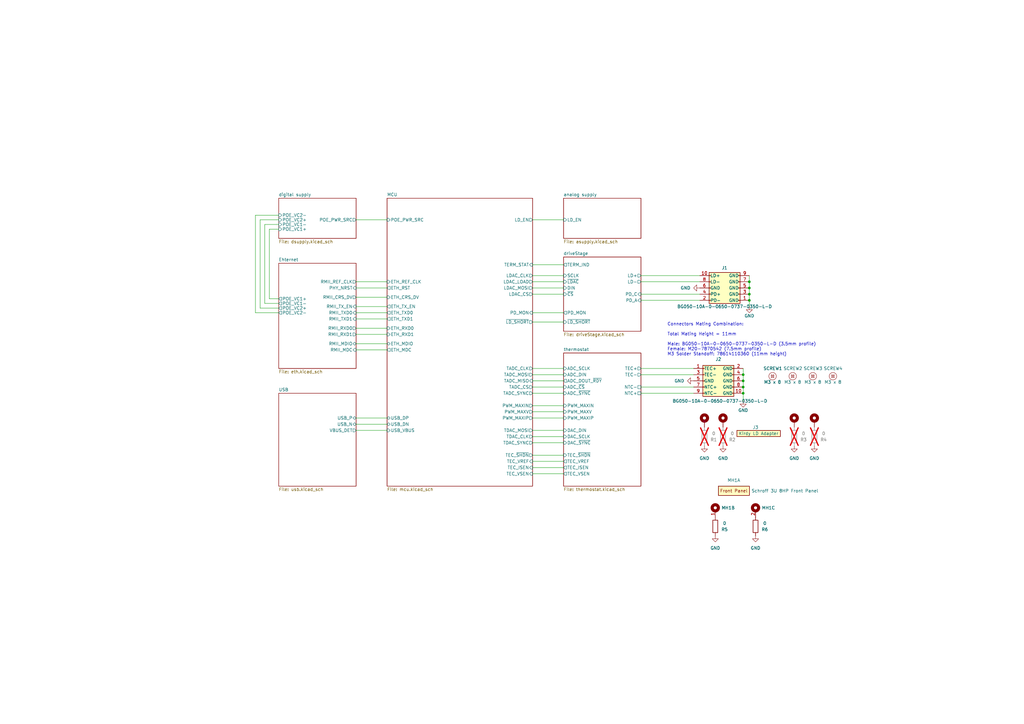
<source format=kicad_sch>
(kicad_sch (version 20230121) (generator eeschema)
  (paper "A3")
  (title_block (title "Kirdy") (date "2023-11-27") (rev "r0_3") (company "M-Labs Limited") (comment 1 "Linus Woo Chun Kit"))
  (lib_symbols
    (symbol "Device:R" (pin_numbers hide) (pin_names (offset 0))
      (property "Reference" "R" (at 2.032 0 90))
      (property "Value" "R" (at 0 0 90))
      (symbol "R_0_1"
        (rectangle (start -1.016 -2.54) (end 1.016 2.54) (stroke (width 0.254)))
      )
      (symbol "R_1_1"
        (pin passive line (at 0 3.81 270) (length 1.27) (name "~") (number "1"))
        (pin passive line (at 0 -3.81 90) (length 1.27) (name "~") (number "2"))
      )
    )
    (symbol "Mechanical:MountingHole_Pad" (pin_numbers hide) (pin_names (offset 1.016) hide)
      (property "Reference" "H" (at 0 6.35 0))
      (property "Value" "MountingHole_Pad" (at 0 4.445 0))
      (symbol "MountingHole_Pad_0_1"
        (circle (center 0 1.27) (radius 1.27) (stroke (width 1.27)))
      )
      (symbol "MountingHole_Pad_1_1"
        (pin input line (at 0 -2.54 90) (length 2.54) (name "1") (number "1"))
      )
    )
    (symbol "Panel_1"
      (property "Reference" "MH" (at 1.27 3.175 0))
      (symbol "Panel_1_1_1"
        (rectangle (start 0 0) (end 12.7 -3.81) (stroke (width 0.254)) (fill (type background)))
        (text "Front Panel" (at 6.35 -1.905 0) (effects (font (size 1.27 1.27))))
      )
      (symbol "Panel_1_2_1"
        (circle (center 0 0) (radius 1.27) (stroke (width 1.27)))
        (pin input line (at 3.81 0 180) (length 2.54) (name "") (number "1"))
      )
      (symbol "Panel_1_3_1"
        (circle (center 0 0) (radius 1.27) (stroke (width 1.27)))
        (pin input line (at 3.81 0 180) (length 2.54) (name "") (number "2"))
      )
    )
    (symbol "kirdy:Kirdy_Adapter_HDR1"
      (property "Reference" "J" (at 5.08 2.54 0))
      (property "Value" "BG050-10A-0-0650-0737-0350-L-D" (at 10.16 -12.7 0))
      (symbol "Kirdy_Adapter_HDR1_1_1"
        (rectangle (start 3.81 -10.033) (end 4.445 -10.287) (stroke (width 0.1524)))
        (rectangle (start 3.81 -7.493) (end 4.445 -7.747) (stroke (width 0.1524)))
        (rectangle (start 3.81 -4.953) (end 4.445 -5.207) (stroke (width 0.1524)))
        (rectangle (start 3.81 -2.413) (end 4.445 -2.667) (stroke (width 0.1524)))
        (rectangle (start 3.81 0.127) (end 4.445 -0.127) (stroke (width 0.1524)))
        (rectangle (start 3.81 1.27) (end 16.51 -11.43) (stroke (width 0.254)) (fill (type background)))
        (rectangle (start 15.875 -10.033) (end 16.51 -10.287) (stroke (width 0.1524)))
        (rectangle (start 15.875 -7.493) (end 16.51 -7.747) (stroke (width 0.1524)))
        (rectangle (start 15.875 -4.953) (end 16.51 -5.207) (stroke (width 0.1524)))
        (rectangle (start 15.875 -2.413) (end 16.51 -2.667) (stroke (width 0.1524)))
        (rectangle (start 15.875 0.127) (end 16.51 -0.127) (stroke (width 0.1524)))
        (pin passive line (at 0 0 0) (length 3.81) (name "TEC+") (number "1"))
        (pin passive line (at 20.32 -10.16 180) (length 3.81) (name "GND") (number "10"))
        (pin passive line (at 20.32 0 180) (length 3.81) (name "GND") (number "2"))
        (pin passive line (at 0 -2.54 0) (length 3.81) (name "TEC-") (number "3"))
        (pin passive line (at 20.32 -2.54 180) (length 3.81) (name "GND") (number "4"))
        (pin passive line (at 0 -5.08 0) (length 3.81) (name "GND") (number "5"))
        (pin passive line (at 20.32 -5.08 180) (length 3.81) (name "GND") (number "6"))
        (pin passive line (at 0 -7.62 0) (length 3.81) (name "NTC+") (number "7"))
        (pin passive line (at 20.32 -7.62 180) (length 3.81) (name "GND") (number "8"))
        (pin passive line (at 0 -10.16 0) (length 3.81) (name "NTC-") (number "9"))
      )
    )
    (symbol "kirdy:Kirdy_Adapter_HDR2"
      (property "Reference" "J" (at 5.08 2.54 0))
      (property "Value" "BG050-10A-0-0650-0737-0350-L-D" (at 10.16 -12.7 0))
      (symbol "Kirdy_Adapter_HDR2_1_1"
        (rectangle (start 3.81 -10.033) (end 4.445 -10.287) (stroke (width 0.1524)))
        (rectangle (start 3.81 -7.493) (end 4.445 -7.747) (stroke (width 0.1524)))
        (rectangle (start 3.81 -4.953) (end 4.445 -5.207) (stroke (width 0.1524)))
        (rectangle (start 3.81 -2.413) (end 4.445 -2.667) (stroke (width 0.1524)))
        (rectangle (start 3.81 0.127) (end 4.445 -0.127) (stroke (width 0.1524)))
        (rectangle (start 3.81 1.27) (end 16.51 -11.43) (stroke (width 0.254)) (fill (type background)))
        (rectangle (start 15.875 -10.033) (end 16.51 -10.287) (stroke (width 0.1524)))
        (rectangle (start 15.875 -7.493) (end 16.51 -7.747) (stroke (width 0.1524)))
        (rectangle (start 15.875 -4.953) (end 16.51 -5.207) (stroke (width 0.1524)))
        (rectangle (start 15.875 -2.413) (end 16.51 -2.667) (stroke (width 0.1524)))
        (rectangle (start 15.875 0.127) (end 16.51 -0.127) (stroke (width 0.1524)))
        (pin passive line (at 0 0 0) (length 3.81) (name "GND") (number "1"))
        (pin passive line (at 20.32 -10.16 180) (length 3.81) (name "LD+") (number "10"))
        (pin passive line (at 20.32 0 180) (length 3.81) (name "PD-") (number "2"))
        (pin passive line (at 0 -2.54 0) (length 3.81) (name "GND") (number "3"))
        (pin passive line (at 20.32 -2.54 180) (length 3.81) (name "PD+") (number "4"))
        (pin passive line (at 0 -5.08 0) (length 3.81) (name "GND") (number "5"))
        (pin passive line (at 20.32 -5.08 180) (length 3.81) (name "GND") (number "6"))
        (pin passive line (at 0 -7.62 0) (length 3.81) (name "GND") (number "7"))
        (pin passive line (at 20.32 -7.62 180) (length 3.81) (name "LD-") (number "8"))
        (pin passive line (at 0 -10.16 0) (length 3.81) (name "GND") (number "9"))
      )
    )
    (symbol "kirdy:Kirdy_LD_Adapter" (pin_names (offset 1.016) hide)
      (property "Reference" "J" (at -6.35 2.54 0))
      (property "Value" "Kirdy_LD_Adapter" (at 1.27 0 0))
      (symbol "Kirdy_LD_Adapter_1_1"
        (rectangle (start -7.62 1.27) (end 10.16 -1.27) (stroke (width 0.254)) (fill (type background)))
      )
    )
    (symbol "kirdy:Panel"
      (property "Reference" "MH" (at 1.27 3.175 0))
      (symbol "Panel_1_1"
        (rectangle (start 0 0) (end 12.7 -3.81) (stroke (width 0.254)) (fill (type background)))
        (text "Front Panel" (at 6.35 -1.905 0) (effects (font (size 1.27 1.27))))
      )
      (symbol "Panel_2_1"
        (circle (center 0 0) (radius 1.27) (stroke (width 1.27)))
        (pin input line (at 3.81 0 180) (length 2.54) (name "") (number "1"))
      )
      (symbol "Panel_3_1"
        (circle (center 0 0) (radius 1.27) (stroke (width 1.27)))
        (pin input line (at 3.81 0 180) (length 2.54) (name "") (number "2"))
      )
    )
    (symbol "kirdy:Screw" (on_board no)
      (property "Reference" "SCREW" (at 3.048 2.54 0))
      (symbol "Screw_0_1"
        (polyline (pts (xy -0.254 0) (xy -0.635 -0.381) (xy -0.381 -0.635) (xy 0 -0.254)))
        (polyline (pts (xy 0 -0.254) (xy 0.381 -0.635) (xy 0.635 -0.381) (xy 0.254 0)))
        (polyline (pts (xy 0 0.254) (xy -0.381 0.635) (xy -0.635 0.381) (xy -0.254 0)))
        (polyline (pts (xy 0.254 0) (xy 0.635 0.381) (xy 0.381 0.635) (xy 0 0.254)))
        (circle (center 0 0) (radius 1.524))
      )
    )
    (symbol "power:GND" (power) (pin_names (offset 0))
      (property "Value" "GND" (at 0 -3.81 0))
      (symbol "GND_0_1"
        (polyline (pts (xy 0 0) (xy 0 -1.27) (xy 1.27 -1.27) (xy 0 -2.54) (xy -1.27 -1.27) (xy 0 -1.27)))
      )
      (symbol "GND_1_1"
        (pin power_in line (at 0 0 270) (length 0) hide (name "GND") (number "1"))
      )
    )
  )
  (junction (at 307.34 118.11))
  (junction (at 304.8 153.67))
  (junction (at 304.8 158.75))
  (junction (at 304.8 161.29))
  (junction (at 307.34 120.65))
  (junction (at 307.34 123.19))
  (junction (at 307.34 115.57))
  (junction (at 304.8 156.21))
  (wire (pts (xy 304.8 153.67) (xy 304.8 156.21)))
  (wire (pts (xy 146.05 176.53) (xy 158.75 176.53)))
  (wire (pts (xy 108.585 92.075) (xy 108.585 124.46)))
  (wire (pts (xy 218.44 168.91) (xy 231.14 168.91)))
  (wire (pts (xy 106.68 126.365) (xy 106.68 90.17)))
  (wire (pts (xy 218.44 176.53) (xy 231.14 176.53)))
  (wire (pts (xy 304.8 151.13) (xy 304.8 153.67)))
  (wire (pts (xy 146.05 125.73) (xy 158.75 125.73)))
  (wire (pts (xy 307.34 115.57) (xy 307.34 118.11)))
  (wire (pts (xy 262.89 123.19) (xy 287.02 123.19)))
  (wire (pts (xy 114.3 122.555) (xy 110.49 122.555)))
  (wire (pts (xy 218.44 151.13) (xy 231.14 151.13)))
  (wire (pts (xy 146.05 173.99) (xy 158.75 173.99)))
  (wire (pts (xy 218.44 161.29) (xy 231.14 161.29)))
  (wire (pts (xy 146.05 115.57) (xy 158.75 115.57)))
  (wire (pts (xy 218.44 90.17) (xy 231.14 90.17)))
  (wire (pts (xy 218.44 171.45) (xy 231.14 171.45)))
  (wire (pts (xy 146.05 140.97) (xy 158.75 140.97)))
  (wire (pts (xy 218.44 194.31) (xy 231.14 194.31)))
  (wire (pts (xy 218.44 166.37) (xy 231.14 166.37)))
  (wire (pts (xy 218.44 189.23) (xy 231.14 189.23)))
  (wire (pts (xy 218.44 179.07) (xy 231.14 179.07)))
  (wire (pts (xy 262.89 161.29) (xy 284.48 161.29)))
  (wire (pts (xy 146.05 121.92) (xy 158.75 121.92)))
  (wire (pts (xy 146.05 171.45) (xy 158.75 171.45)))
  (wire (pts (xy 307.34 120.65) (xy 307.34 123.19)))
  (wire (pts (xy 262.89 113.03) (xy 287.02 113.03)))
  (wire (pts (xy 146.05 90.17) (xy 158.75 90.17)))
  (wire (pts (xy 114.3 92.075) (xy 108.585 92.075)))
  (wire (pts (xy 110.49 93.98) (xy 114.3 93.98)))
  (wire (pts (xy 304.8 156.21) (xy 304.8 158.75)))
  (wire (pts (xy 106.68 90.17) (xy 114.3 90.17)))
  (wire (pts (xy 110.49 122.555) (xy 110.49 93.98)))
  (wire (pts (xy 304.8 158.75) (xy 304.8 161.29)))
  (wire (pts (xy 114.3 88.265) (xy 104.775 88.265)))
  (wire (pts (xy 307.34 123.19) (xy 307.34 125.73)))
  (wire (pts (xy 146.05 130.81) (xy 158.75 130.81)))
  (wire (pts (xy 218.44 115.57) (xy 231.14 115.57)))
  (wire (pts (xy 262.89 120.65) (xy 287.02 120.65)))
  (wire (pts (xy 146.05 118.11) (xy 158.75 118.11)))
  (wire (pts (xy 114.3 126.365) (xy 106.68 126.365)))
  (wire (pts (xy 146.05 128.27) (xy 158.75 128.27)))
  (wire (pts (xy 304.8 161.29) (xy 304.8 164.465)))
  (wire (pts (xy 262.89 158.75) (xy 284.48 158.75)))
  (wire (pts (xy 104.775 88.265) (xy 104.775 128.27)))
  (wire (pts (xy 218.44 132.08) (xy 231.14 132.08)))
  (wire (pts (xy 146.05 134.62) (xy 158.75 134.62)))
  (wire (pts (xy 218.44 118.11) (xy 231.14 118.11)))
  (wire (pts (xy 307.34 113.03) (xy 307.34 115.57)))
  (wire (pts (xy 218.44 156.21) (xy 231.14 156.21)))
  (wire (pts (xy 307.34 118.11) (xy 307.34 120.65)))
  (wire (pts (xy 218.44 128.27) (xy 231.14 128.27)))
  (wire (pts (xy 218.44 186.69) (xy 231.14 186.69)))
  (wire (pts (xy 218.44 153.67) (xy 231.14 153.67)))
  (wire (pts (xy 218.44 108.585) (xy 231.14 108.585)))
  (wire (pts (xy 218.44 181.61) (xy 231.14 181.61)))
  (wire (pts (xy 218.44 158.75) (xy 231.14 158.75)))
  (wire (pts (xy 218.44 120.65) (xy 231.14 120.65)))
  (wire (pts (xy 262.89 151.13) (xy 284.48 151.13)))
  (wire (pts (xy 262.89 153.67) (xy 284.48 153.67)))
  (wire (pts (xy 108.585 124.46) (xy 114.3 124.46)))
  (wire (pts (xy 146.05 143.51) (xy 158.75 143.51)))
  (wire (pts (xy 262.89 115.57) (xy 287.02 115.57)))
  (wire (pts (xy 104.775 128.27) (xy 114.3 128.27)))
  (wire (pts (xy 218.44 191.77) (xy 231.14 191.77)))
  (wire (pts (xy 218.44 113.03) (xy 231.14 113.03)))
  (wire (pts (xy 146.05 137.16) (xy 158.75 137.16)))
  (text "Connectors Mating Combination:\n\nTotal Mating Height = 11mm\n\nMale: BG050-10A-0-0650-0737-0350-L-D (3.5mm profile) \nFemale: M20-7870542 (7.5mm profile) \nM3 Solder Standoff: 78614110360 (11mm height)" (at 273.685 146.05 0) (effects (font (size 1.27 1.27)) (justify left bottom)))
  (symbol (lib_id "power:GND") (at 309.88 219.71 0) (unit 1)
    (property "Reference" "#PWR010" (effects hide))
    (property "Value" "GND" (at 309.88 224.79 0))
  )
  (symbol (lib_id "Device:R") (at 296.545 179.07 180) (unit 1) (dnp yes)
    (property "Reference" "R2" (at 300.355 180.34 0))
    (property "Value" "0" (at 300.355 177.8 0))
    (property "Footprint" "Resistor_SMD:R_0603_1608Metric" (effects hide))
    (property "MFR_PN" "RMCF0603ZT0R00" (effects hide))
    (property "MFR_PN_ALT" "CR0603-J/-000ELF" (effects hide))
  )
  (symbol (lib_id "Device:R") (at 293.37 215.9 180) (unit 1)
    (property "Reference" "R5" (at 297.18 217.17 0))
    (property "Value" "0" (at 297.18 214.63 0))
    (property "Footprint" "Resistor_SMD:R_0603_1608Metric" (effects hide))
    (property "MFR_PN" "RMCF0603ZT0R00" (effects hide))
    (property "MFR_PN_ALT" "CR0603-J/-000ELF" (effects hide))
  )
  (symbol (lib_id "kirdy:Kirdy_LD_Adapter") (at 309.88 177.8 0) (unit 1)
    (property "Reference" "J3" (at 309.88 175.26 0))
    (property "Value" "Kirdy LD Adapter" (at 311.15 177.8 0))
    (property "Footprint" "kirdy:Kirdy_LD_Adapter" (effects hide))
    (property "MFR_PN" "Kirdy_LD_Adapter_PCB" (effects hide))
  )
  (symbol (lib_id "kirdy:Panel") (at 309.88 208.28 270) (unit 3)
    (property "Reference" "MH1" (at 312.42 208.28 90) (effects (justify left)))
    (property "Value" "Schroff 3U 8HP Front Panel" (effects hide))
    (property "Footprint" "kirdy:Panel" (effects hide))
    (property "MFR_PN" "20848-668" (effects hide))
  )
  (symbol (lib_id "kirdy:Screw") (at 316.865 154.305 0) (unit 1) (on_board no)
    (property "Reference" "SCREW1" (at 313.055 151.13 0) (effects (justify left)))
    (property "Value" "M3 x 8" (at 316.865 156.718 0))
    (property "MFR_PN" "EDLV-M3-L8" (effects hide))
    (property "MFR_PN_ALT" "FH4-M3-8 " (effects hide))
    (property "Comment" "https://jlcmc.com/product/s/E02/EDLV/cross-recessed-large-flat-head-screw" (effects hide))
  )
  (symbol (lib_id "kirdy:Kirdy_Adapter_HDR2") (at 307.34 123.19 180) (unit 1)
    (property "Reference" "J1" (at 297.18 109.855 0))
    (property "Value" "BG050-10A-0-0650-0737-0350-L-D" (at 297.18 125.73 0))
    (property "Footprint" "kirdy:BG050-10A-0-0650-0737-0350-L-D" (effects hide))
    (property "MFR_PN" "BG050-10A-0-0650-0737-0350-L-D" (effects hide))
    (property "MFR_PN_ALT" "BG050-10A-0-0450-0737-0350-L-D " (effects hide))
  )
  (symbol (lib_name "Panel_1") (lib_id "kirdy:Panel") (at 294.64 199.39 0) (unit 1)
    (property "Reference" "MH1" (at 300.99 196.977 0))
    (property "Value" "Schroff 3U 8HP Front Panel" (at 321.945 201.295 0))
    (property "Footprint" "kirdy:Panel" (effects hide))
    (property "MFR_PN" "20848-668" (effects hide))
  )
  (symbol (lib_id "power:GND") (at 307.34 125.73 0) (unit 1)
    (property "Reference" "#PWR02" (effects hide))
    (property "Value" "GND" (at 307.34 129.54 0))
  )
  (symbol (lib_id "kirdy:Screw") (at 333.375 154.305 0) (unit 1) (on_board no)
    (property "Reference" "SCREW3" (at 329.565 151.13 0) (effects (justify left)))
    (property "Value" "M3 x 8" (at 333.375 156.718 0))
    (property "MFR_PN" "EDLV-M3-L8" (effects hide))
    (property "MFR_PN_ALT" "FH4-M3-8 " (effects hide))
    (property "Comment" "https://jlcmc.com/product/s/E02/EDLV/cross-recessed-large-flat-head-screw" (effects hide))
  )
  (symbol (lib_id "Mechanical:MountingHole_Pad") (at 325.755 172.72 0) (unit 1)
    (property "Reference" "H3" (effects hide))
    (property "Value" "78614110360" (effects hide))
    (property "Footprint" "Mounting_Wuerth:Mounting_Wuerth_WA-SMSI-M3_H11mm_9774110360" (effects hide))
    (property "MFR_PN" "78614110360" (effects hide))
    (property "MFT_PN_ALT" "9774110360R" (effects hide))
  )
  (symbol (lib_id "power:GND") (at 287.02 118.11 270) (unit 1)
    (property "Reference" "#PWR01" (effects hide))
    (property "Value" "GND" (at 283.21 118.11 90) (effects (justify right)))
  )
  (symbol (lib_id "Mechanical:MountingHole_Pad") (at 288.925 172.72 0) (unit 1)
    (property "Reference" "H1" (effects hide))
    (property "Value" "78614110360" (effects hide))
    (property "Footprint" "Mounting_Wuerth:Mounting_Wuerth_WA-SMSI-M3_H11mm_9774110360" (effects hide))
    (property "Datasheet" "~" (at 288.925 172.72 0))
    (property "MFR_PN" "78614110360" (effects hide))
    (property "MFR_PN_ALT" "9774110360R" (effects hide))
  )
  (symbol (lib_id "Device:R") (at 325.755 179.07 180) (unit 1) (dnp yes)
    (property "Reference" "R3" (at 329.565 180.34 0))
    (property "Value" "0" (at 329.565 177.8 0))
    (property "Footprint" "Resistor_SMD:R_0603_1608Metric" (effects hide))
    (property "MFR_PN" "RMCF0603ZT0R00" (effects hide))
    (property "MFR_PN_ALT" "CR0603-J/-000ELF" (effects hide))
  )
  (symbol (lib_id "power:GND") (at 296.545 182.88 0) (unit 1)
    (property "Reference" "#PWR06" (effects hide))
    (property "Value" "GND" (at 296.545 187.96 0))
  )
  (symbol (lib_id "power:GND") (at 288.925 182.88 0) (unit 1)
    (property "Reference" "#PWR05" (effects hide))
    (property "Value" "GND" (at 288.925 187.96 0))
  )
  (symbol (lib_id "Mechanical:MountingHole_Pad") (at 334.01 172.72 0) (unit 1)
    (property "Reference" "H4" (effects hide))
    (property "Value" "78614110360" (effects hide))
    (property "Footprint" "Mounting_Wuerth:Mounting_Wuerth_WA-SMSI-M3_H11mm_9774110360" (effects hide))
    (property "MFR_PN" "78614110360" (effects hide))
    (property "MFR_PN_ALT" "9774110360R" (effects hide))
  )
  (symbol (lib_id "Mechanical:MountingHole_Pad") (at 296.545 172.72 0) (unit 1)
    (property "Reference" "H2" (effects hide))
    (property "Value" "78614110360" (effects hide))
    (property "Footprint" "Mounting_Wuerth:Mounting_Wuerth_WA-SMSI-M3_H11mm_9774110360" (effects hide))
    (property "MFR_PN" "78614110360" (effects hide))
    (property "MFR_PN_ALT" "9774110360R" (effects hide))
  )
  (symbol (lib_id "power:GND") (at 334.01 182.88 0) (unit 1)
    (property "Reference" "#PWR08" (effects hide))
    (property "Value" "GND" (at 334.01 187.96 0))
  )
  (symbol (lib_id "kirdy:Screw") (at 325.12 154.305 0) (unit 1) (on_board no)
    (property "Reference" "SCREW2" (at 321.31 151.13 0) (effects (justify left)))
    (property "Value" "M3 x 8" (at 325.12 156.718 0))
    (property "MFR_PN" "EDLV-M3-L8" (effects hide))
    (property "MFR_PN_ALT" "FH4-M3-8 " (effects hide))
    (property "Comment" "https://jlcmc.com/product/s/E02/EDLV/cross-recessed-large-flat-head-screw" (effects hide))
  )
  (symbol (lib_id "Device:R") (at 334.01 179.07 180) (unit 1) (dnp yes)
    (property "Reference" "R4" (at 337.82 180.34 0))
    (property "Value" "0" (at 337.82 177.8 0))
    (property "Footprint" "Resistor_SMD:R_0603_1608Metric" (effects hide))
    (property "MFR_PN" "RMCF0603ZT0R00" (effects hide))
    (property "MFR_PN_ALT" "CR0603-J/-000ELF" (effects hide))
  )
  (symbol (lib_id "power:GND") (at 293.37 219.71 0) (unit 1)
    (property "Reference" "#PWR09" (effects hide))
    (property "Value" "GND" (at 293.37 224.79 0))
  )
  (symbol (lib_id "power:GND") (at 284.48 156.21 270) (unit 1)
    (property "Reference" "#PWR03" (effects hide))
    (property "Value" "GND" (at 280.67 156.21 90) (effects (justify right)))
  )
  (symbol (lib_id "Device:R") (at 288.925 179.07 180) (unit 1) (dnp yes)
    (property "Reference" "R1" (at 292.735 180.34 0))
    (property "Value" "0" (at 292.735 177.8 0))
    (property "Footprint" "Resistor_SMD:R_0603_1608Metric" (effects hide))
    (property "MFR_PN" "RMCF0603ZT0R00" (effects hide))
    (property "MFR_PN_ALT" "CR0603-J/-000ELF" (effects hide))
  )
  (symbol (lib_id "kirdy:Screw") (at 341.63 154.305 0) (unit 1) (on_board no)
    (property "Reference" "SCREW4" (at 337.82 151.13 0) (effects (justify left)))
    (property "Value" "M3 x 8" (at 341.63 156.718 0))
    (property "MFR_PN" "EDLV-M3-L8" (effects hide))
    (property "MFR_PN_ALT" "FH4-M3-8 " (effects hide))
    (property "Comment" "https://jlcmc.com/product/s/E02/EDLV/cross-recessed-large-flat-head-screw" (effects hide))
  )
  (symbol (lib_id "kirdy:Panel") (at 293.37 208.28 270) (unit 2)
    (property "Reference" "MH1" (at 295.91 208.28 90) (effects (justify left)))
    (property "Value" "Schroff 3U 8HP Front Panel" (effects hide))
    (property "Footprint" "kirdy:Panel" (effects hide))
    (property "MFR_PN" "20848-668" (effects hide))
  )
  (symbol (lib_id "kirdy:Kirdy_Adapter_HDR1") (at 284.48 151.13 0) (unit 1)
    (property "Reference" "J2" (at 294.64 147.32 0))
    (property "Value" "BG050-10A-0-0650-0737-0350-L-D" (at 295.275 164.465 0))
    (property "Footprint" "kirdy:BG050-10A-0-0650-0737-0350-L-D" (effects hide))
    (property "MFR_PN" "BG050-10A-0-0650-0737-0350-L-D" (effects hide))
    (property "MFR_PN_ALT" "BG050-10A-0-0450-0737-0350-L-D " (effects hide))
  )
  (symbol (lib_id "power:GND") (at 304.8 164.465 0) (unit 1)
    (property "Reference" "#PWR04" (effects hide))
    (property "Value" "GND" (at 304.8 168.275 0))
  )
  (symbol (lib_id "power:GND") (at 325.755 182.88 0) (unit 1)
    (property "Reference" "#PWR07" (effects hide))
    (property "Value" "GND" (at 325.755 187.96 0))
  )
  (symbol (lib_id "Device:R") (at 309.88 215.9 180) (unit 1)
    (property "Reference" "R6" (at 313.69 217.17 0))
    (property "Value" "0" (at 313.69 214.63 0))
    (property "Footprint" "Resistor_SMD:R_0603_1608Metric" (effects hide))
    (property "MFR_PN" "RMCF0603ZT0R00" (effects hide))
    (property "MFR_PN_ALT" "CR0603-J/-000ELF" (effects hide))
  )
  (sheet (at 114.3 107.95) (size 31.75 43.18) (stroke (width 0.1524))
    (property "Sheetname" "Ehternet" (at 114.3 107.2384 0) (effects (justify left bottom)))
    (property "Sheetfile" "eth.kicad_sch" (at 114.3 151.7146 0) (effects (justify left top)))
    (pin "RMII_MDIO" bidirectional (at 146.05 140.97 0))
    (pin "PHY_NRST" input (at 146.05 118.11 0))
    (pin "RMII_MDC" input (at 146.05 143.51 0))
    (pin "RMII_CRS_DV" output (at 146.05 121.92 0))
    (pin "RMII_TX_EN" input (at 146.05 125.73 0))
    (pin "RMII_TXD0" input (at 146.05 128.27 0))
    (pin "RMII_TXD1" input (at 146.05 130.81 0))
    (pin "RMII_RXD0" output (at 146.05 134.62 0))
    (pin "RMII_RXD1" output (at 146.05 137.16 0))
    (pin "RMII_REF_CLK" output (at 146.05 115.57 0))
    (pin "POE_VC1+" output (at 114.3 122.555 180))
    (pin "POE_VC1-" output (at 114.3 124.46 180))
    (pin "POE_VC2+" output (at 114.3 126.365 180))
    (pin "POE_VC2-" output (at 114.3 128.27 180))
  )
  (sheet (at 114.3 161.29) (size 31.75 38.1) (stroke (width 0.1524))
    (property "Sheetname" "USB" (at 114.3 160.5784 0) (effects (justify left bottom)))
    (property "Sheetfile" "usb.kicad_sch" (at 114.3 199.9746 0) (effects (justify left top)))
    (pin "USB_N" bidirectional (at 146.05 173.99 0))
    (pin "USB_P" bidirectional (at 146.05 171.45 0))
    (pin "VBUS_DET" output (at 146.05 176.53 0))
  )
  (sheet (at 231.14 105.41) (size 31.75 30.48) (stroke (width 0.1524))
    (property "Sheetname" "driveStage" (at 231.14 104.6984 0) (effects (justify left bottom)))
    (property "Sheetfile" "driveStage.kicad_sch" (at 231.14 136.4746 0) (effects (justify left top)))
    (pin "LD-" output (at 262.89 115.57 0))
    (pin "LD+" output (at 262.89 113.03 0))
    (pin "SCLK" input (at 231.14 113.03 180))
    (pin "DIN" input (at 231.14 118.11 180))
    (pin "~{LDAC}" input (at 231.14 115.57 180))
    (pin "~{CS}" input (at 231.14 120.65 180))
    (pin "PD_A" input (at 262.89 123.19 0))
    (pin "PD_C" input (at 262.89 120.65 0))
    (pin "PD_MON" output (at 231.14 128.27 180))
    (pin "~{LD_SHORT}" input (at 231.14 132.08 180))
    (pin "TERM_IND" output (at 231.14 108.585 180))
  )
  (sheet (at 114.3 81.28) (size 31.75 16.51) (stroke (width 0.1524))
    (property "Sheetname" "digital supply" (at 114.3 80.5684 0) (effects (justify left bottom)))
    (property "Sheetfile" "dsupply.kicad_sch" (at 114.3 98.3746 0) (effects (justify left top)))
    (pin "POE_PWR_SRC" output (at 146.05 90.17 0))
    (pin "POE_VC1-" input (at 114.3 92.075 180))
    (pin "POE_VC2-" input (at 114.3 88.265 180))
    (pin "POE_VC1+" input (at 114.3 93.98 180))
    (pin "POE_VC2+" input (at 114.3 90.17 180))
  )
  (sheet (at 231.14 144.78) (size 31.75 54.61) (stroke (width 0.1524))
    (property "Sheetname" "thermostat" (at 231.14 144.0684 0) (effects (justify left bottom)))
    (property "Sheetfile" "thermostat.kicad_sch" (at 231.14 199.9746 0) (effects (justify left top)))
    (pin "TEC-" output (at 262.89 153.67 0))
    (pin "TEC+" output (at 262.89 151.13 0))
    (pin "NTC-" passive (at 262.89 158.75 0))
    (pin "NTC+" passive (at 262.89 161.29 0))
    (pin "DAC_~{SYNC}" input (at 231.14 181.61 180))
    (pin "DAC_SCLK" input (at 231.14 179.07 180))
    (pin "DAC_DIN" input (at 231.14 176.53 180))
    (pin "PWM_MAXV" input (at 231.14 168.91 180))
    (pin "ADC_SCLK" input (at 231.14 151.13 180))
    (pin "ADC_DIN" input (at 231.14 153.67 180))
    (pin "ADC_DOUT_~{RDY}" output (at 231.14 156.21 180))
    (pin "ADC_~{CS}" input (at 231.14 158.75 180))
    (pin "ADC_~{SYNC}" input (at 231.14 161.29 180))
    (pin "PWM_MAXIN" input (at 231.14 166.37 180))
    (pin "PWM_MAXIP" input (at 231.14 171.45 180))
    (pin "TEC_~{SHDN}" input (at 231.14 186.69 180))
    (pin "TEC_ISEN" output (at 231.14 191.77 180))
    (pin "TEC_VREF" output (at 231.14 189.23 180))
    (pin "TEC_VSEN" output (at 231.14 194.31 180))
  )
  (sheet (at 231.14 81.28) (size 31.75 16.51) (stroke (width 0.1524))
    (property "Sheetname" "analog supply" (at 231.14 80.5684 0) (effects (justify left bottom)))
    (property "Sheetfile" "asupply.kicad_sch" (at 231.14 98.3746 0) (effects (justify left top)))
    (pin "LD_EN" input (at 231.14 90.17 180))
  )
  (sheet (at 158.75 81.28) (size 59.69 118.11) (stroke (width 0.1524))
    (property "Sheetname" "MCU" (at 158.75 80.5684 0) (effects (justify left bottom)))
    (property "Sheetfile" "mcu.kicad_sch" (at 158.75 199.9746 0) (effects (justify left top)))
    (pin "ETH_RST" output (at 158.75 118.11 180))
    (pin "ETH_MDIO" bidirectional (at 158.75 140.97 180))
    (pin "PD_MON" input (at 218.44 128.27 0))
    (pin "TEC_~{SHDN}" output (at 218.44 186.69 0))
    (pin "TEC_VREF" input (at 218.44 189.23 0))
    (pin "ETH_CRS_DV" input (at 158.75 121.92 180))
    (pin "USB_VBUS" input (at 158.75 176.53 180))
    (pin "TEC_ISEN" input (at 218.44 191.77 0))
    (pin "TEC_VSEN" input (at 218.44 194.31 0))
    (pin "USB_DP" bidirectional (at 158.75 171.45 180))
    (pin "USB_DN" bidirectional (at 158.75 173.99 180))
    (pin "TADC_CS" output (at 218.44 158.75 0))
    (pin "LDAC_CLK" output (at 218.44 113.03 0))
    (pin "ETH_TX_EN" output (at 158.75 125.73 180))
    (pin "ETH_TXD0" output (at 158.75 128.27 180))
    (pin "ETH_TXD1" output (at 158.75 130.81 180))
    (pin "LDAC_LOAD" output (at 218.44 115.57 0))
    (pin "POE_PWR_SRC" input (at 158.75 90.17 180))
    (pin "ETH_RXD0" input (at 158.75 134.62 180))
    (pin "ETH_RXD1" input (at 158.75 137.16 180))
    (pin "LDAC_MOSI" output (at 218.44 118.11 0))
    (pin "TADC_MOSI" output (at 218.44 153.67 0))
    (pin "TADC_MISO" input (at 218.44 156.21 0))
    (pin "PWM_MAXIP" output (at 218.44 171.45 0))
    (pin "ETH_MDC" output (at 158.75 143.51 180))
    (pin "LDAC_CS" output (at 218.44 120.65 0))
    (pin "TADC_SYNC" output (at 218.44 161.29 0))
    (pin "TDAC_CLK" output (at 218.44 179.07 0))
    (pin "TDAC_SYNC" output (at 218.44 181.61 0))
    (pin "TDAC_MOSI" output (at 218.44 176.53 0))
    (pin "PWM_MAXIN" output (at 218.44 166.37 0))
    (pin "PWM_MAXV" output (at 218.44 168.91 0))
    (pin "TADC_CLK" output (at 218.44 151.13 0))
    (pin "ETH_REF_CLK" input (at 158.75 115.57 180))
    (pin "LD_EN" output (at 218.44 90.17 0))
    (pin "~{LD_SHORT}" output (at 218.44 132.08 0))
    (pin "TERM_STAT" input (at 218.44 108.585 0))
  )
)
</source>
